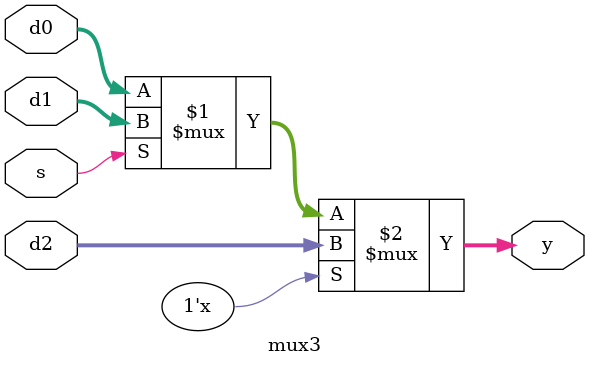
<source format=sv>
module mux3 #(parameter WIDTH = 8)(
    input logic [WIDTH-1:0]     d0, d1, d2,
    input logic                 s,
    output logic [WIDTH-1:0]    y
);

    assign y = s[1] ? d2 : (s[0] ? d1 : d0);
endmodule
</source>
